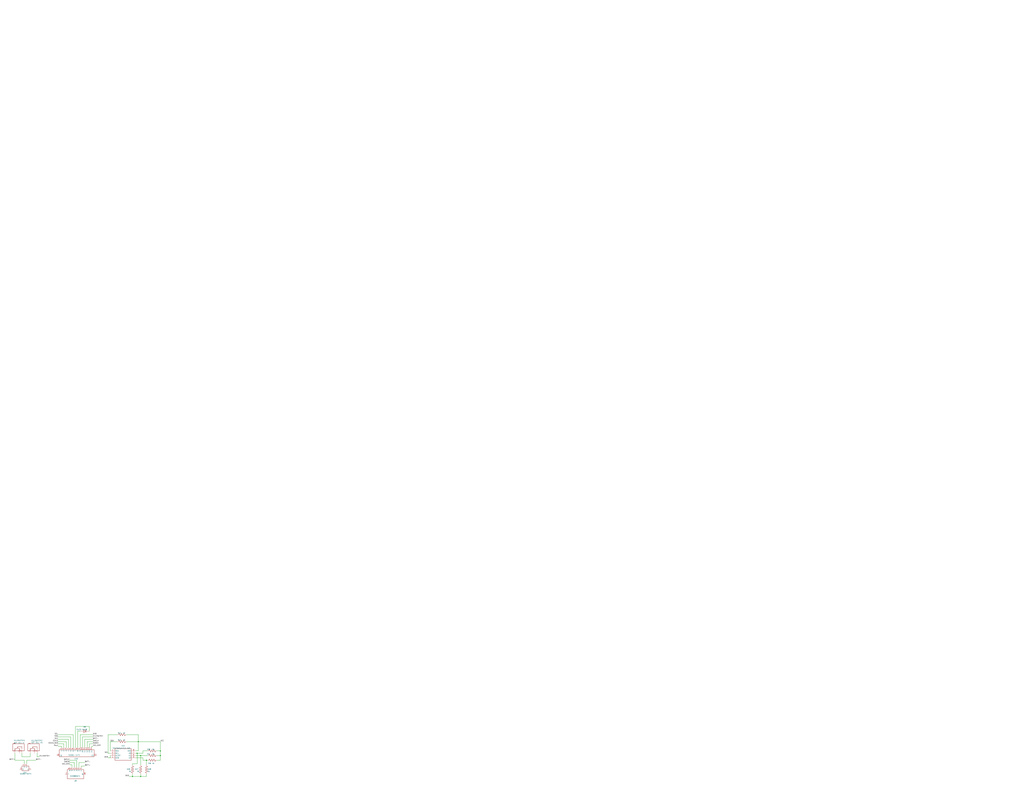
<source format=kicad_sch>
(kicad_sch (version 20211123) (generator eeschema)
  (paper "E")
  (lib_symbols
    (symbol "Bottom_board-altium-import:0_5k"
      (property "Value" "0_5k" (at 0 0 0))
      (symbol "0_5k_1_0"
        (polyline (pts (xy -3.048 1.27) (xy -3.81 0)) (stroke (width 0.254)))
        (polyline (pts (xy -1.778 -1.27) (xy -3.048 1.27)) (stroke (width 0.254)))
        (polyline (pts (xy -0.508 1.27) (xy -1.778 -1.27)) (stroke (width 0.254)))
        (polyline (pts (xy 0.508 -1.27) (xy -0.508 1.27)) (stroke (width 0.254)))
        (polyline (pts (xy 1.778 1.27) (xy 0.508 -1.27)) (stroke (width 0.254)))
        (polyline (pts (xy 3.048 -1.27) (xy 1.778 1.27)) (stroke (width 0.254)))
        (polyline (pts (xy 3.81 0) (xy 3.048 -1.27)) (stroke (width 0.254)))
        (pin passive line (at -5.08 0 0) (length 1.27) (name "1") (number "1"))
        (pin passive line (at 5.08 0 180) (length 1.27) (name "2") (number "2"))
      )
    )
    (symbol "Bottom_board-altium-import:0_D2F-01L-A"
      (property "Value" "0_D2F-01L-A" (at 0 0 0))
      (symbol "0_D2F-01L-A_1_0"
        (polyline (pts (xy -1.016 0) (xy 0.762 1.016)) (stroke (width 0.254)))
        (polyline (pts (xy -2.54 -2.54) (xy -2.54 0) (xy -2.54 0) (xy -1.016 0)) (stroke (width 0.254)))
        (polyline (pts (xy 0.762 0) (xy 2.54 0) (xy 2.54 0) (xy 2.54 -2.54)) (stroke (width 0.254)))
        (polyline (pts (xy -3.81 5.08) (xy -3.81 5.842) (xy -3.81 5.842) (xy -2.54 5.842) (xy -2.54 5.842) (xy -2.54 5.08)) (stroke (width 0.254)))
        (polyline (pts (xy 5.08 0) (xy 5.08 2.032) (xy 5.08 2.032) (xy 0.254 2.032) (xy 0.254 2.032) (xy 0.254 0.508)) (stroke (width 0.254)))
        (rectangle (start 7.62 5.08) (end -5.08 -2.54) (stroke (width 0.254)))
        (pin passive line (at -2.54 -5.08 90) (length 5.08) (name "COM") (number "1"))
        (pin passive line (at 2.54 -5.08 90) (length 5.08) (name "NO") (number "2"))
        (pin passive line (at 5.08 -5.08 90) (length 5.08) (name "NC") (number "3"))
      )
    )
    (symbol "Bottom_board-altium-import:0_D2F-01L-A1"
      (property "Value" "0_D2F-01L-A1" (at 0 0 0))
      (symbol "0_D2F-01L-A1_1_0"
        (polyline (pts (xy -1.016 0) (xy 0.762 1.016)) (stroke (width 0.254)))
        (polyline (pts (xy -2.54 -2.54) (xy -2.54 0) (xy -2.54 0) (xy -1.016 0)) (stroke (width 0.254)))
        (polyline (pts (xy 0.762 0) (xy 2.54 0) (xy 2.54 0) (xy 2.54 -2.54)) (stroke (width 0.254)))
        (polyline (pts (xy -3.81 5.08) (xy -3.81 5.842) (xy -3.81 5.842) (xy -2.54 5.842) (xy -2.54 5.842) (xy -2.54 5.08)) (stroke (width 0.254)))
        (polyline (pts (xy 5.08 0) (xy 5.08 2.032) (xy 5.08 2.032) (xy 0.254 2.032) (xy 0.254 2.032) (xy 0.254 0.508)) (stroke (width 0.254)))
        (rectangle (start 7.62 5.08) (end -5.08 -2.54) (stroke (width 0.254)))
        (pin passive line (at -2.54 -5.08 90) (length 5.08) (name "COM") (number "1"))
        (pin passive line (at 2.54 -5.08 90) (length 5.08) (name "NO") (number "2"))
        (pin passive line (at 5.08 -5.08 90) (length 5.08) (name "NC") (number "3"))
      )
    )
    (symbol "Bottom_board-altium-import:0_SLCD-61N8"
      (property "Value" "0_SLCD-61N8" (at 0 0 0))
      (symbol "0_SLCD-61N8_1_0"
        (polyline (pts (xy 1.27 1.524) (xy 1.27 -1.524)) (stroke (width 0.254)))
        (polyline (pts (xy -1.27 -1.524) (xy 1.27 0) (xy 1.27 0) (xy -1.27 1.524) (xy -1.27 1.524) (xy -1.27 -1.524)) (stroke (width 0.254)))
        (pin passive line (at 5.08 0 180) (length 3.81) (name "1") (number "1"))
        (pin passive line (at -5.08 0 0) (length 3.81) (name "2") (number "2"))
      )
    )
    (symbol "Bottom_board-altium-import:0_TCN75AVUA713-VAO"
      (property "Value" "0_TCN75AVUA713-VAO" (at 0 0 0))
      (symbol "0_TCN75AVUA713-VAO_1_0"
        (polyline (pts (xy -8.7148 6.096) (xy -8.7148 -6.604)) (stroke (width 0.254)))
        (polyline (pts (xy -8.7148 6.096) (xy 9.0652 6.096)) (stroke (width 0.254)))
        (polyline (pts (xy 9.0652 -6.604) (xy -8.7148 -6.604)) (stroke (width 0.254)))
        (polyline (pts (xy 9.0652 -6.604) (xy 9.0652 6.096)) (stroke (width 0.254)))
        (pin passive line (at -13.7159 3.556 0) (length 4.9999) (name "SDA") (number "1"))
        (pin passive line (at -13.7159 1.016 0) (length 4.9999) (name "SCL") (number "2"))
        (pin passive line (at -13.7159 -1.524 0) (length 4.9999) (name "ALERT") (number "3"))
        (pin passive line (at -13.7159 -4.064 0) (length 4.9999) (name "GND") (number "4"))
        (pin passive line (at 14.2239 -4.064 180) (length 4.9999) (name "A2") (number "5"))
        (pin passive line (at 14.2239 -1.524 180) (length 4.9999) (name "A1") (number "6"))
        (pin passive line (at 14.2239 1.016 180) (length 4.9999) (name "A0") (number "7"))
        (pin passive line (at 14.2239 3.556 180) (length 4.9999) (name "VDD") (number "8"))
      )
    )
    (symbol "Bottom_board-altium-import:1_5k"
      (property "Value" "1_5k" (at 0 0 0))
      (symbol "1_5k_1_0"
        (polyline (pts (xy -1.27 -3.048) (xy 0 -3.81)) (stroke (width 0.254)))
        (polyline (pts (xy -1.27 -0.508) (xy 1.27 -1.778)) (stroke (width 0.254)))
        (polyline (pts (xy -1.27 1.778) (xy 1.27 0.508)) (stroke (width 0.254)))
        (polyline (pts (xy 0 3.81) (xy 1.27 3.048)) (stroke (width 0.254)))
        (polyline (pts (xy 1.27 -1.778) (xy -1.27 -3.048)) (stroke (width 0.254)))
        (polyline (pts (xy 1.27 0.508) (xy -1.27 -0.508)) (stroke (width 0.254)))
        (polyline (pts (xy 1.27 3.048) (xy -1.27 1.778)) (stroke (width 0.254)))
        (pin passive line (at 0 -5.08 90) (length 1.27) (name "1") (number "1"))
        (pin passive line (at 0 5.08 270) (length 1.27) (name "2") (number "2"))
      )
    )
    (symbol "Bottom_board-altium-import:3_53261-0271"
      (property "Value" "3_53261-0271" (at 0 0 0))
      (symbol "3_53261-0271_1_0"
        (rectangle (start 3.81 1.27) (end -3.81 -3.81) (stroke (width 0.254)))
        (pin passive line (at -1.27 3.81 270) (length 2.54) (name "2") (number "1"))
        (pin passive line (at 1.27 3.81 270) (length 2.54) (name "1") (number "2"))
        (pin passive line (at -6.35 -2.54 0) (length 2.54) (name "3") (number "3"))
        (pin passive line (at 6.35 -2.54 180) (length 2.54) (name "4") (number "4"))
      )
    )
    (symbol "Bottom_board-altium-import:3_53261-1471"
      (property "Value" "3_53261-1471" (at 0 0 0))
      (symbol "3_53261-1471_1_0"
        (rectangle (start 19.05 2.54) (end -19.05 -5.08) (stroke (width 0.254)))
        (pin passive line (at -16.51 5.08 270) (length 2.54) (name "1") (number "1"))
        (pin passive line (at 6.35 5.08 270) (length 2.54) (name "10") (number "10"))
        (pin passive line (at 8.89 5.08 270) (length 2.54) (name "11") (number "11"))
        (pin passive line (at 11.43 5.08 270) (length 2.54) (name "12") (number "12"))
        (pin passive line (at 13.97 5.08 270) (length 2.54) (name "13") (number "13"))
        (pin passive line (at 16.51 5.08 270) (length 2.54) (name "14") (number "14"))
        (pin passive line (at 21.59 -3.81 180) (length 2.54) (name "15") (number "15"))
        (pin passive line (at -21.59 -3.81 0) (length 2.54) (name "16") (number "16"))
        (pin passive line (at -13.97 5.08 270) (length 2.54) (name "2") (number "2"))
        (pin passive line (at -11.43 5.08 270) (length 2.54) (name "3") (number "3"))
        (pin passive line (at -8.89 5.08 270) (length 2.54) (name "4") (number "4"))
        (pin passive line (at -6.35 5.08 270) (length 2.54) (name "5") (number "5"))
        (pin passive line (at -3.81 5.08 270) (length 2.54) (name "6") (number "6"))
        (pin passive line (at -1.27 5.08 270) (length 2.54) (name "7") (number "7"))
        (pin passive line (at 1.27 5.08 270) (length 2.54) (name "8") (number "8"))
        (pin passive line (at 3.81 5.08 270) (length 2.54) (name "9") (number "9"))
      )
    )
    (symbol "Bottom_board-altium-import:3_533980671"
      (property "Value" "3_533980671" (at 0 0 0))
      (symbol "3_533980671_1_0"
        (rectangle (start 7.62 5.08) (end -10.16 -5.08) (stroke (width 0.254)))
        (pin passive line (at 5.08 7.62 270) (length 2.54) (name "1") (number "1"))
        (pin passive line (at 2.54 7.62 270) (length 2.54) (name "2") (number "2"))
        (pin passive line (at 0 7.62 270) (length 2.54) (name "3") (number "3"))
        (pin passive line (at -2.54 7.62 270) (length 2.54) (name "4") (number "4"))
        (pin passive line (at -5.08 7.62 270) (length 2.54) (name "5") (number "5"))
        (pin passive line (at -7.62 7.62 270) (length 2.54) (name "6") (number "6"))
        (pin passive line (at -12.7 0 0) (length 2.54) (name "7") (number "7"))
        (pin passive line (at 10.16 0 180) (length 2.54) (name "8") (number "8"))
      )
    )
  )
  (junction (at 144.6036 848.0002))
  (junction (at 153.4936 848.0002))
  (junction (at 175.0836 825.1402))
  (junction (at 153.4936 825.1402))
  (junction (at 159.8436 830.2202))
  (junction (at 149.6836 822.6002))
  (junction (at 175.0836 820.0602))
  (junction (at 150.9536 809.9002))
  (wire (pts (xy 144.6036 848.0002) (xy 153.4936 848.0002)) (stroke (width 0.254)))
  (wire (pts (xy 76.0236 832.7602) (xy 81.1036 832.7602)) (stroke (width 0.254)))
  (wire (pts (xy 161.1136 825.1402) (xy 153.4936 825.1402)) (stroke (width 0.254)))
  (wire (pts (xy 84.9136 798.4702) (xy 84.9136 816.2502)) (stroke (width 0.254)))
  (wire (pts (xy 95.0736 809.9002) (xy 95.0736 816.2502)) (stroke (width 0.254)))
  (wire (pts (xy 69.6736 812.4402) (xy 69.6736 816.2502)) (stroke (width 0.254)))
  (wire (pts (xy 16.3336 830.2202) (xy 16.3336 822.6002)) (stroke (width 0.254)))
  (wire (pts (xy 87.4536 798.4702) (xy 84.9136 798.4702)) (stroke (width 0.254)))
  (wire (pts (xy 149.6836 822.6002) (xy 148.4136 822.6002)) (stroke (width 0.254)))
  (wire (pts (xy 63.3236 807.3602) (xy 74.7536 807.3602)) (stroke (width 0.254)))
  (wire (pts (xy 97.6136 812.4402) (xy 97.6136 816.2502)) (stroke (width 0.254)))
  (wire (pts (xy 87.4536 802.2802) (xy 87.4536 816.2502)) (stroke (width 0.254)))
  (wire (pts (xy 171.2736 825.1402) (xy 175.0836 825.1402)) (stroke (width 0.254)))
  (wire (pts (xy 23.9536 822.6002) (xy 23.9536 826.4102)) (stroke (width 0.254)))
  (wire (pts (xy 101.4236 802.2802) (xy 87.4536 802.2802)) (stroke (width 0.254)))
  (wire (pts (xy 101.4236 814.9802) (xy 100.1536 814.9802)) (stroke (width 0.254)))
  (wire (pts (xy 63.3236 814.9802) (xy 67.1336 814.9802)) (stroke (width 0.254)))
  (wire (pts (xy 156.0336 822.6002) (xy 149.6836 822.6002)) (stroke (width 0.254)))
  (wire (pts (xy 144.6036 835.3002) (xy 144.6036 834.0302)) (stroke (width 0.254)))
  (wire (pts (xy 175.0836 809.9002) (xy 175.0836 820.0602)) (stroke (width 0.254)))
  (wire (pts (xy 117.9336 822.6002) (xy 117.9336 802.2802)) (stroke (width 0.254)))
  (wire (pts (xy 74.7536 807.3602) (xy 74.7536 816.2502)) (stroke (width 0.254)))
  (wire (pts (xy 101.4236 807.3602) (xy 92.5336 807.3602)) (stroke (width 0.254)))
  (wire (pts (xy 150.9536 820.0602) (xy 150.9536 809.9002)) (stroke (width 0.254)))
  (wire (pts (xy 153.4936 835.3002) (xy 153.4936 825.1402)) (stroke (width 0.254)))
  (wire (pts (xy 156.0336 830.2202) (xy 156.0336 827.6802)) (stroke (width 0.254)))
  (wire (pts (xy 82.3736 793.3902) (xy 97.6136 793.3902)) (stroke (width 0.254)))
  (wire (pts (xy 39.1936 830.2202) (xy 29.0336 830.2202)) (stroke (width 0.254)))
  (wire (pts (xy 100.1536 814.9802) (xy 100.1536 816.2502)) (stroke (width 0.254)))
  (wire (pts (xy 92.5336 832.7602) (xy 86.1836 832.7602)) (stroke (width 0.254)))
  (wire (pts (xy 138.2536 809.9002) (xy 150.9536 809.9002)) (stroke (width 0.254)))
  (wire (pts (xy 159.8436 835.3002) (xy 159.8436 830.2202)) (stroke (width 0.254)))
  (wire (pts (xy 29.0336 830.2202) (xy 29.0336 834.0302)) (stroke (width 0.254)))
  (wire (pts (xy 92.5336 836.5702) (xy 88.7236 836.5702)) (stroke (width 0.254)))
  (wire (pts (xy 153.4936 825.1402) (xy 148.4136 825.1402)) (stroke (width 0.254)))
  (wire (pts (xy 26.4936 834.0302) (xy 26.4936 830.2202)) (stroke (width 0.254)))
  (wire (pts (xy 86.1836 832.7602) (xy 86.1836 837.8402)) (stroke (width 0.254)))
  (wire (pts (xy 144.6036 834.0302) (xy 149.6836 834.0302)) (stroke (width 0.254)))
  (wire (pts (xy 92.5336 807.3602) (xy 92.5336 816.2502)) (stroke (width 0.254)))
  (wire (pts (xy 63.3236 809.9002) (xy 72.2136 809.9002)) (stroke (width 0.254)))
  (wire (pts (xy 23.9536 826.4102) (xy 32.8436 826.4102)) (stroke (width 0.254)))
  (wire (pts (xy 97.6136 793.3902) (xy 97.6136 798.4702)) (stroke (width 0.254)))
  (wire (pts (xy 79.8336 802.2802) (xy 79.8336 816.2502)) (stroke (width 0.254)))
  (wire (pts (xy 26.4936 830.2202) (xy 16.3336 830.2202)) (stroke (width 0.254)))
  (wire (pts (xy 63.3236 812.4402) (xy 69.6736 812.4402)) (stroke (width 0.254)))
  (wire (pts (xy 117.9336 827.6802) (xy 120.4736 827.6802)) (stroke (width 0.254)))
  (wire (pts (xy 150.9536 809.9002) (xy 150.9536 802.2802)) (stroke (width 0.254)))
  (wire (pts (xy 101.4236 804.8202) (xy 89.9936 804.8202)) (stroke (width 0.254)))
  (wire (pts (xy 76.0236 830.2202) (xy 83.6436 830.2202)) (stroke (width 0.254)))
  (wire (pts (xy 120.4736 820.0602) (xy 120.4736 809.9002)) (stroke (width 0.254)))
  (wire (pts (xy 40.4636 826.4102) (xy 40.4636 822.6002)) (stroke (width 0.254)))
  (wire (pts (xy 67.1336 814.9802) (xy 67.1336 816.2502)) (stroke (width 0.254)))
  (wire (pts (xy 81.1036 832.7602) (xy 81.1036 837.8402)) (stroke (width 0.254)))
  (wire (pts (xy 88.7236 836.5702) (xy 88.7236 837.8402)) (stroke (width 0.254)))
  (wire (pts (xy 63.3236 802.2802) (xy 79.8336 802.2802)) (stroke (width 0.254)))
  (wire (pts (xy 63.3236 804.8202) (xy 77.2936 804.8202)) (stroke (width 0.254)))
  (wire (pts (xy 101.4236 812.4402) (xy 97.6136 812.4402)) (stroke (width 0.254)))
  (wire (pts (xy 83.6436 830.2202) (xy 83.6436 837.8402)) (stroke (width 0.254)))
  (wire (pts (xy 153.4936 848.0002) (xy 159.8436 848.0002)) (stroke (width 0.254)))
  (wire (pts (xy 149.6836 834.0302) (xy 149.6836 822.6002)) (stroke (width 0.254)))
  (wire (pts (xy 171.2736 820.0602) (xy 175.0836 820.0602)) (stroke (width 0.254)))
  (wire (pts (xy 175.0836 830.2202) (xy 171.2736 830.2202)) (stroke (width 0.254)))
  (wire (pts (xy 72.2136 809.9002) (xy 72.2136 816.2502)) (stroke (width 0.254)))
  (wire (pts (xy 175.0836 820.0602) (xy 175.0836 825.1402)) (stroke (width 0.254)))
  (wire (pts (xy 156.0336 827.6802) (xy 148.4136 827.6802)) (stroke (width 0.254)))
  (wire (pts (xy 156.0336 820.0602) (xy 156.0336 822.6002)) (stroke (width 0.254)))
  (wire (pts (xy 76.0236 835.3002) (xy 78.5636 835.3002)) (stroke (width 0.254)))
  (wire (pts (xy 101.4236 809.9002) (xy 95.0736 809.9002)) (stroke (width 0.254)))
  (wire (pts (xy 144.6036 845.4602) (xy 144.6036 848.0002)) (stroke (width 0.254)))
  (wire (pts (xy 161.1136 830.2202) (xy 159.8436 830.2202)) (stroke (width 0.254)))
  (wire (pts (xy 32.8436 826.4102) (xy 32.8436 822.6002)) (stroke (width 0.254)))
  (wire (pts (xy 159.8436 848.0002) (xy 159.8436 845.4602)) (stroke (width 0.254)))
  (wire (pts (xy 161.1136 820.0602) (xy 156.0336 820.0602)) (stroke (width 0.254)))
  (wire (pts (xy 140.7936 848.0002) (xy 144.6036 848.0002)) (stroke (width 0.254)))
  (wire (pts (xy 82.3736 816.2502) (xy 82.3736 793.3902)) (stroke (width 0.254)))
  (wire (pts (xy 78.5636 835.3002) (xy 78.5636 837.8402)) (stroke (width 0.254)))
  (wire (pts (xy 153.4936 845.4602) (xy 153.4936 848.0002)) (stroke (width 0.254)))
  (wire (pts (xy 43.0036 826.4102) (xy 40.4636 826.4102)) (stroke (width 0.254)))
  (wire (pts (xy 120.4736 809.9002) (xy 128.0936 809.9002)) (stroke (width 0.254)))
  (wire (pts (xy 120.4736 822.6002) (xy 117.9336 822.6002)) (stroke (width 0.254)))
  (wire (pts (xy 138.2536 802.2802) (xy 150.9536 802.2802)) (stroke (width 0.254)))
  (wire (pts (xy 175.0836 825.1402) (xy 175.0836 830.2202)) (stroke (width 0.254)))
  (wire (pts (xy 77.2936 804.8202) (xy 77.2936 816.2502)) (stroke (width 0.254)))
  (wire (pts (xy 150.9536 809.9002) (xy 175.0836 809.9002)) (stroke (width 0.254)))
  (wire (pts (xy 89.9936 804.8202) (xy 89.9936 816.2502)) (stroke (width 0.254)))
  (wire (pts (xy 148.4136 820.0602) (xy 150.9536 820.0602)) (stroke (width 0.254)))
  (wire (pts (xy 159.8436 830.2202) (xy 156.0336 830.2202)) (stroke (width 0.254)))
  (wire (pts (xy 117.9336 802.2802) (xy 128.0936 802.2802)) (stroke (width 0.254)))
  (wire (pts (xy 120.4736 825.1402) (xy 120.4736 827.6802)) (stroke (width 0.254)))
  (label "SWCLK" (at 101.4236 809.9002 0))
  (label "SCL" (at 117.9336 822.6002 180))
  (label "GND" (at 117.9336 827.6802 180))
  (label "VCC_STM" (at 76.0236 835.3002 180))
  (label "GND" (at 140.7936 848.0002 180))
  (label "BATT+" (at 92.5336 836.5702 0))
  (label "Pout" (at 63.3236 814.9802 180))
  (label "SDA" (at 63.3236 804.8202 180))
  (label "VCC" (at 175.0836 809.9002 0))
  (label "BATT-" (at 101.4236 807.3602 0))
  (label "COILS_GND" (at 63.3236 812.4402 180))
  (label "GND" (at 101.4236 802.2802 0))
  (label "KILLSWITCH" (at 43.0036 826.4102 0))
  (label "SDA" (at 120.4736 809.9002 0))
  (label "BATT+" (at 16.3336 830.2202 180))
  (label "VCC_STM" (at 101.4236 814.9802 0))
  (label "SCL" (at 63.3236 802.2802 180))
  (label "BATT-" (at 92.5336 832.7602 0))
  (label "VCC" (at 63.3236 807.3602 180))
  (label "COILS" (at 63.3236 809.9002 180))
  (label "SWDIO" (at 101.4236 812.4402 0))
  (label "SWCLK" (at 76.0236 830.2202 180))
  (label "KILLSWITCH" (at 101.4236 804.8202 0))
  (label "BATT-" (at 39.1936 830.2202 0))
  (label "SWDIO" (at 76.0236 832.7602 180))
  (symbol (lib_id "Bottom_board-altium-import:0_D2F-01L-A") (at 18.8736 817.5202 0) (unit 1)
    (property "Reference" "KILLSWITCH1" (at 15.0636 809.371 0) (effects (justify left bottom)))
    (property "Value" "D2F-01L-A" (at 15.0636 811.911 0) (effects (justify left bottom)))
    (property "Footprint" "SW-TH_D2F-01L" (effects hide))
    (property "BOM_SUPPLIER" "LCSC" (effects hide))
    (property "BOM_SUPPLIER PART" "C231335" (effects hide))
    (property "BOM_MANUFACTURER" "Omron Electronics" (effects hide))
    (property "BOM_MANUFACTURER PART" "D2F-01L" (effects hide))
    (property "CONTRIBUTOR" "LCSC" (effects hide))
    (property "BOM_LCSC ASSEMBLY" "Yes" (effects hide))
    (property "SMT TYPE" "Extend" (effects hide))
    (property "BOM_PASTE TYPE" "expand" (effects hide))
    (property "SPICEPRE" "S" (effects hide))
    (property "SPICESYMBOLNAME" "D2F-01L-A" (effects hide))
  )
  (symbol (lib_id "Bottom_board-altium-import:1_5k") (at 153.4936 840.3802 0) (unit 1)
    (property "Reference" "GA7" (at 147.3108 840.6777 0) (effects (justify left bottom)))
    (property "Value" "5k" (at 149.7014 843.2165 0) (effects (justify left bottom)))
    (property "Footprint" "R0805" (effects hide))
    (property "NAMEALIAS" "Value(Ω)" (effects hide))
    (property "BOM_SUPPLIER PART" "71-CRCW0805J-5K" (effects hide))
    (property "BOM_SUPPLIER" "Mouser" (effects hide))
    (property "CONTRIBUTOR" "LCEDA_Lib" (effects hide))
    (property "SPICEPRE" "R" (effects hide))
    (property "SPICESYMBOLNAME" "R_0603_US" (effects hide))
    (property "BOM_MANUFACTURER PART" "CRCW08055K00JNTA" (effects hide))
    (property "BOM_MANUFACTURER" "Vishay / Dale" (effects hide))
    (property "BOM_LINK" "https://www.mouser.es/ProductDetail/Vishay-Dale/CRCW08055K00JNTA?qs=%2Fha2pyFadui6t5gBae62ocFJ46SNue422n5luvT1xmc7fnXInubqKA%3D%3D" (effects hide))
  )
  (symbol (lib_id "Bottom_board-altium-import:0_5k") (at 166.1936 830.2202 0) (unit 1)
    (property "Reference" "VA6" (at 161.5011 834.3257 0) (effects (justify left bottom)))
    (property "Value" "5k" (at 166.2114 834.3265 0) (effects (justify left bottom)))
    (property "Footprint" "R0805" (effects hide))
    (property "NAMEALIAS" "Value(Ω)" (effects hide))
    (property "BOM_SUPPLIER PART" "71-CRCW0805J-5K" (effects hide))
    (property "BOM_SUPPLIER" "Mouser" (effects hide))
    (property "CONTRIBUTOR" "LCEDA_Lib" (effects hide))
    (property "SPICEPRE" "R" (effects hide))
    (property "SPICESYMBOLNAME" "R_0603_US" (effects hide))
    (property "BOM_MANUFACTURER PART" "CRCW08055K00JNTA" (effects hide))
    (property "BOM_MANUFACTURER" "Vishay / Dale" (effects hide))
    (property "BOM_LINK" "https://www.mouser.es/ProductDetail/Vishay-Dale/CRCW08055K00JNTA?qs=%2Fha2pyFadui6t5gBae62ocFJ46SNue422n5luvT1xmc7fnXInubqKA%3D%3D" (effects hide))
  )
  (symbol (lib_id "Bottom_board-altium-import:0_SLCD-61N8") (at 92.5336 798.4702 0) (unit 1)
    (property "Reference" "D8" (at 91.0175 794.639 0) (effects (justify left bottom)))
    (property "Value" "SLCD-61N8" (at 83.6059 797.4648 0) (effects (justify left bottom)))
    (property "Footprint" "SOD-123_L2.8-W1.8-LS3.7-RD" (effects hide))
    (property "BOM_SUPPLIER PART" "C328592" (effects hide))
    (property "BOM_MANUFACTURER" "BLUE ROCKET" (effects hide))
    (property "BOM_MANUFACTURER PART" "1N4007W" (effects hide))
    (property "CONTRIBUTOR" "Blothr" (effects hide))
    (property "SPICEPRE" "D" (effects hide))
    (property "SPICESYMBOLNAME" "SLCD-61N8" (effects hide))
  )
  (symbol (lib_id "Bottom_board-altium-import:0_5k") (at 166.1936 820.0602 0) (unit 1)
    (property "Reference" "VA8" (at 160.2311 819.0777 0) (effects (justify left bottom)))
    (property "Value" "5k" (at 166.2114 819.0786 0) (effects (justify left bottom)))
    (property "Footprint" "R0805" (effects hide))
    (property "NAMEALIAS" "Value(Ω)" (effects hide))
    (property "BOM_SUPPLIER PART" "71-CRCW0805J-5K" (effects hide))
    (property "BOM_SUPPLIER" "Mouser" (effects hide))
    (property "CONTRIBUTOR" "LCEDA_Lib" (effects hide))
    (property "SPICEPRE" "R" (effects hide))
    (property "SPICESYMBOLNAME" "R_0603_US" (effects hide))
    (property "BOM_MANUFACTURER PART" "CRCW08055K00JNTA" (effects hide))
    (property "BOM_MANUFACTURER" "Vishay / Dale" (effects hide))
    (property "BOM_LINK" "https://www.mouser.es/ProductDetail/Vishay-Dale/CRCW08055K00JNTA?qs=%2Fha2pyFadui6t5gBae62ocFJ46SNue422n5luvT1xmc7fnXInubqKA%3D%3D" (effects hide))
  )
  (symbol (lib_id "Bottom_board-altium-import:0_5k") (at 133.1736 809.9002 0) (unit 1)
    (property "Reference" "R12" (at 128.4592 808.9177 0) (effects (justify left bottom)))
    (property "Value" "5k" (at 134.4614 808.9186 0) (effects (justify left bottom)))
    (property "Footprint" "R0805" (effects hide))
    (property "NAMEALIAS" "Value(Ω)" (effects hide))
    (property "BOM_SUPPLIER PART" "71-CRCW0805J-5K" (effects hide))
    (property "BOM_SUPPLIER" "Mouser" (effects hide))
    (property "CONTRIBUTOR" "LCEDA_Lib" (effects hide))
    (property "SPICEPRE" "R" (effects hide))
    (property "SPICESYMBOLNAME" "R_0603_US" (effects hide))
    (property "BOM_MANUFACTURER PART" "CRCW08055K00JNTA" (effects hide))
    (property "BOM_MANUFACTURER" "Vishay / Dale" (effects hide))
    (property "BOM_LINK" "https://www.mouser.es/ProductDetail/Vishay-Dale/CRCW08055K00JNTA?qs=%2Fha2pyFadui6t5gBae62ocFJ46SNue422n5luvT1xmc7fnXInubqKA%3D%3D" (effects hide))
  )
  (symbol (lib_id "Bottom_board-altium-import:1_5k") (at 144.6036 840.3802 0) (unit 1)
    (property "Reference" "GA6" (at 138.4208 840.6677 0) (effects (justify left bottom)))
    (property "Value" "5k" (at 140.8114 843.2086 0) (effects (justify left bottom)))
    (property "Footprint" "R0805" (effects hide))
    (property "NAMEALIAS" "Value(Ω)" (effects hide))
    (property "BOM_SUPPLIER PART" "71-CRCW0805J-5K" (effects hide))
    (property "BOM_SUPPLIER" "Mouser" (effects hide))
    (property "CONTRIBUTOR" "LCEDA_Lib" (effects hide))
    (property "SPICEPRE" "R" (effects hide))
    (property "SPICESYMBOLNAME" "R_0603_US" (effects hide))
    (property "BOM_MANUFACTURER PART" "CRCW08055K00JNTA" (effects hide))
    (property "BOM_MANUFACTURER" "Vishay / Dale" (effects hide))
    (property "BOM_LINK" "https://www.mouser.es/ProductDetail/Vishay-Dale/CRCW08055K00JNTA?qs=%2Fha2pyFadui6t5gBae62ocFJ46SNue422n5luvT1xmc7fnXInubqKA%3D%3D" (effects hide))
  )
  (symbol (lib_id "Bottom_board-altium-import:0_TCN75AVUA713-VAO") (at 134.1896 823.6162 0) (unit 1)
    (property "Reference" "IC3" (at 132.5981 815.213 0) (effects (justify left bottom)))
    (property "Value" "TCN75AVUA713-VAO" (at 122.7616 817.8165 0) (effects (justify left bottom)))
    (property "Footprint" "SOP65P490X110-8N" (effects hide))
    (property "SPICEPRE" "I" (effects hide))
    (property "SPICESYMBOLNAME" "TCN75AVUA713-VAO" (effects hide))
  )
  (symbol (lib_id "Bottom_board-altium-import:0_5k") (at 166.1936 825.1402 0) (unit 1)
    (property "Reference" "VA7" (at 160.2311 824.1577 0) (effects (justify left bottom)))
    (property "Value" "5k" (at 166.2114 824.1586 0) (effects (justify left bottom)))
    (property "Footprint" "R0805" (effects hide))
    (property "NAMEALIAS" "Value(Ω)" (effects hide))
    (property "BOM_SUPPLIER PART" "71-CRCW0805J-5K" (effects hide))
    (property "BOM_SUPPLIER" "Mouser" (effects hide))
    (property "CONTRIBUTOR" "LCEDA_Lib" (effects hide))
    (property "SPICEPRE" "R" (effects hide))
    (property "SPICESYMBOLNAME" "R_0603_US" (effects hide))
    (property "BOM_MANUFACTURER PART" "CRCW08055K00JNTA" (effects hide))
    (property "BOM_MANUFACTURER" "Vishay / Dale" (effects hide))
    (property "BOM_LINK" "https://www.mouser.es/ProductDetail/Vishay-Dale/CRCW08055K00JNTA?qs=%2Fha2pyFadui6t5gBae62ocFJ46SNue422n5luvT1xmc7fnXInubqKA%3D%3D" (effects hide))
  )
  (symbol (lib_id "Bottom_board-altium-import:0_D2F-01L-A1") (at 35.3836 817.5202 0) (unit 1)
    (property "Reference" "KILLSWITCH2" (at 34.0639 809.4544 0) (effects (justify left bottom)))
    (property "Value" "D2F-01L-A1" (at 34.062 811.657 0) (effects (justify left bottom)))
    (property "Footprint" "SW-TH_D2F-01L" (effects hide))
    (property "BOM_SUPPLIER" "LCSC" (effects hide))
    (property "BOM_SUPPLIER PART" "C231335" (effects hide))
    (property "BOM_MANUFACTURER" "Omron Electronics" (effects hide))
    (property "BOM_MANUFACTURER PART" "D2F-01L" (effects hide))
    (property "CONTRIBUTOR" "LCSC" (effects hide))
    (property "BOM_LCSC ASSEMBLY" "Yes" (effects hide))
    (property "SMT TYPE" "Extend" (effects hide))
    (property "BOM_PASTE TYPE" "expand" (effects hide))
    (property "SPICEPRE" "S" (effects hide))
    (property "SPICESYMBOLNAME" "D2F-01L-A" (effects hide))
  )
  (symbol (lib_id "Bottom_board-altium-import:3_533980671") (at 83.6436 845.4602 0) (unit 1)
    (property "Reference" "U8" (at 80.8575 853.44 0) (effects (justify left bottom)))
    (property "Value" "533980671" (at 76.4423 848.2965 0) (effects (justify left bottom)))
    (property "Footprint" "CONN-SMD_6P-P1.25-V-M_533980671" (effects hide))
    (property "BOM_SUPPLIER" "LCSC" (effects hide))
    (property "BOM_SUPPLIER PART" "C277393" (effects hide))
    (property "BOM_MANUFACTURER" "MOLEX" (effects hide))
    (property "BOM_MANUFACTURER PART" "533980671" (effects hide))
    (property "CONTRIBUTOR" "LCSC" (effects hide))
    (property "BOM_JLCPCB PART CLASS" "Extended Part" (effects hide))
    (property "SPICEPRE" "U" (effects hide))
    (property "SPICESYMBOLNAME" "533980671" (effects hide))
  )
  (symbol (lib_id "Bottom_board-altium-import:3_53261-0271") (at 27.7636 837.8402 0) (unit 1)
    (property "Reference" "CN1" (at 25.3922 844.55 0) (effects (justify left bottom)))
    (property "Value" "53261-0271" (at 21.8323 845.7565 0) (effects (justify left bottom)))
    (property "Footprint" "CONN-SMD_532610271" (effects hide))
    (property "BOM_SUPPLIER" "LCSC" (effects hide))
    (property "BOM_SUPPLIER PART" "C189700" (effects hide))
    (property "BOM_MANUFACTURER" "MOLEX" (effects hide))
    (property "BOM_MANUFACTURER PART" "532610271" (effects hide))
    (property "CONTRIBUTOR" "LCSC" (effects hide))
    (property "BOM_JLCPCB PART CLASS" "Extended Part" (effects hide))
    (property "SPICEPRE" "C" (effects hide))
    (property "SPICESYMBOLNAME" "532610271" (effects hide))
  )
  (symbol (lib_id "Bottom_board-altium-import:1_5k") (at 159.8436 840.3802 0) (unit 1)
    (property "Reference" "GA8" (at 161.2808 840.6777 0) (effects (justify left bottom)))
    (property "Value" "5k" (at 161.1314 843.2165 0) (effects (justify left bottom)))
    (property "Footprint" "R0805" (effects hide))
    (property "NAMEALIAS" "Value(Ω)" (effects hide))
    (property "BOM_SUPPLIER PART" "71-CRCW0805J-5K" (effects hide))
    (property "BOM_SUPPLIER" "Mouser" (effects hide))
    (property "CONTRIBUTOR" "LCEDA_Lib" (effects hide))
    (property "SPICEPRE" "R" (effects hide))
    (property "SPICESYMBOLNAME" "R_0603_US" (effects hide))
    (property "BOM_MANUFACTURER PART" "CRCW08055K00JNTA" (effects hide))
    (property "BOM_MANUFACTURER" "Vishay / Dale" (effects hide))
    (property "BOM_LINK" "https://www.mouser.es/ProductDetail/Vishay-Dale/CRCW08055K00JNTA?qs=%2Fha2pyFadui6t5gBae62ocFJ46SNue422n5luvT1xmc7fnXInubqKA%3D%3D" (effects hide))
  )
  (symbol (lib_id "Bottom_board-altium-import:0_5k") (at 133.1736 802.2802 0) (unit 1)
    (property "Reference" "R11" (at 128.5466 801.2977 0) (effects (justify left bottom)))
    (property "Value" "5k" (at 134.4614 801.2986 0) (effects (justify left bottom)))
    (property "Footprint" "R0805" (effects hide))
    (property "NAMEALIAS" "Value(Ω)" (effects hide))
    (property "BOM_SUPPLIER PART" "71-CRCW0805J-5K" (effects hide))
    (property "BOM_SUPPLIER" "Mouser" (effects hide))
    (property "CONTRIBUTOR" "LCEDA_Lib" (effects hide))
    (property "SPICEPRE" "R" (effects hide))
    (property "SPICESYMBOLNAME" "R_0603_US" (effects hide))
    (property "BOM_MANUFACTURER PART" "CRCW08055K00JNTA" (effects hide))
    (property "BOM_MANUFACTURER" "Vishay / Dale" (effects hide))
    (property "BOM_LINK" "https://www.mouser.es/ProductDetail/Vishay-Dale/CRCW08055K00JNTA?qs=%2Fha2pyFadui6t5gBae62ocFJ46SNue422n5luvT1xmc7fnXInubqKA%3D%3D" (effects hide))
  )
  (symbol (lib_id "Bottom_board-altium-import:3_53261-1471") (at 83.6436 821.3302 0) (unit 1)
    (property "Reference" "CN2" (at 81.2722 829.31 0) (effects (justify left bottom)))
    (property "Value" "53261-1471" (at 87.4297 825.4365 0) (effects (justify right bottom)))
    (property "Footprint" "CONN-SMD_532611471" (effects hide))
    (property "BOM_SUPPLIER" "LCSC" (effects hide))
    (property "BOM_SUPPLIER PART" "C505101" (effects hide))
    (property "BOM_MANUFACTURER" "MOLEX" (effects hide))
    (property "BOM_MANUFACTURER PART" "532611471" (effects hide))
    (property "CONTRIBUTOR" "LCSC" (effects hide))
    (property "BOM_JLCPCB PART CLASS" "Extended Part" (effects hide))
    (property "SPICEPRE" "C" (effects hide))
    (property "SPICESYMBOLNAME" "532611471" (effects hide))
  )
)
</source>
